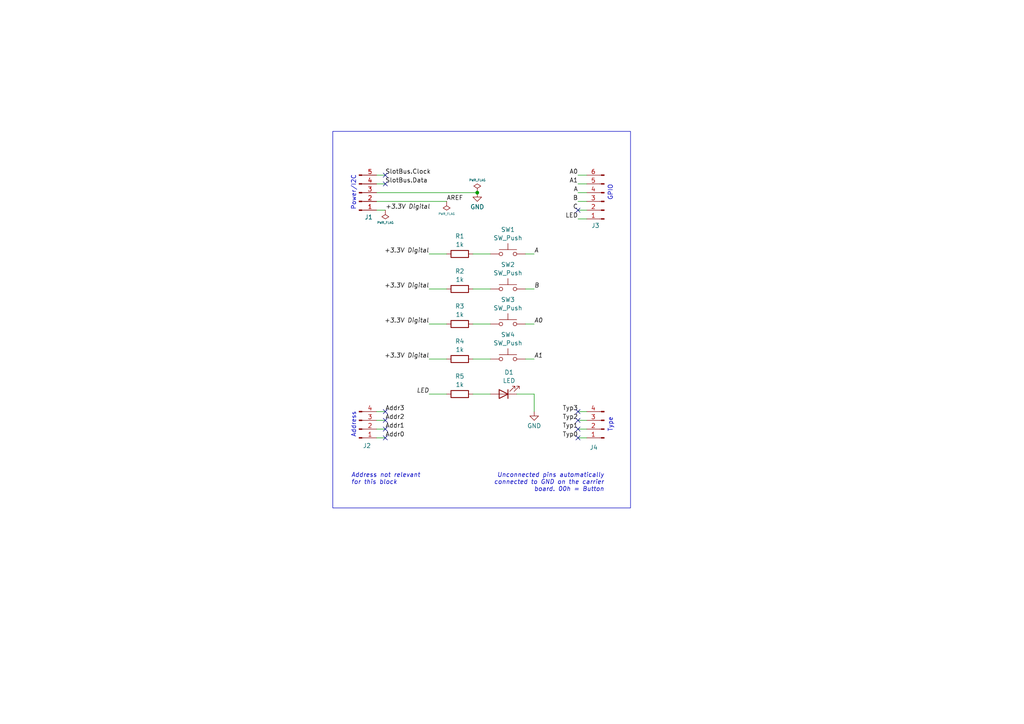
<source format=kicad_sch>
(kicad_sch (version 20250114) (generator "eeschema") (generator_version "9.0")
  (paper "A4")
  (title_block (title "Modular Music Controller / Block / Four Switches") (date "2025-12-01") (rev "1") (company "Dennis Schulmeister-Zimolong"))
  (lib_symbols
    (symbol "Connector:Conn_01x04_Pin" (pin_names (offset 1.016) (hide yes))
      (property "Reference" "J" (at 0 5.08 0))
      (property "Value" "Conn_01x04_Pin" (at 0 -7.62 0))
      (symbol "Conn_01x04_Pin_1_1"
        (rectangle (start 0.8636 2.667) (end 0 2.413) (stroke (width 0.1524)) (fill (type outline)))
        (rectangle (start 0.8636 0.127) (end 0 -0.127) (stroke (width 0.1524)) (fill (type outline)))
        (rectangle (start 0.8636 -2.413) (end 0 -2.667) (stroke (width 0.1524)) (fill (type outline)))
        (rectangle (start 0.8636 -4.953) (end 0 -5.207) (stroke (width 0.1524)) (fill (type outline)))
        (polyline (pts (xy 1.27 2.54) (xy 0.8636 2.54)) (stroke (width 0.1524)))
        (polyline (pts (xy 1.27 0) (xy 0.8636 0)) (stroke (width 0.1524)))
        (polyline (pts (xy 1.27 -2.54) (xy 0.8636 -2.54)) (stroke (width 0.1524)))
        (polyline (pts (xy 1.27 -5.08) (xy 0.8636 -5.08)) (stroke (width 0.1524)))
        (pin passive line (at 5.08 2.54 180) (length 3.81) (name "Pin_1") (number "1"))
        (pin passive line (at 5.08 0 180) (length 3.81) (name "Pin_2") (number "2"))
        (pin passive line (at 5.08 -2.54 180) (length 3.81) (name "Pin_3") (number "3"))
        (pin passive line (at 5.08 -5.08 180) (length 3.81) (name "Pin_4") (number "4"))
      )
    )
    (symbol "Connector:Conn_01x05_Pin" (pin_names (offset 1.016) (hide yes))
      (property "Reference" "J" (at 0 7.62 0))
      (property "Value" "Conn_01x05_Pin" (at 0 -7.62 0))
      (symbol "Conn_01x05_Pin_1_1"
        (rectangle (start 0.8636 5.207) (end 0 4.953) (stroke (width 0.1524)) (fill (type outline)))
        (rectangle (start 0.8636 2.667) (end 0 2.413) (stroke (width 0.1524)) (fill (type outline)))
        (rectangle (start 0.8636 0.127) (end 0 -0.127) (stroke (width 0.1524)) (fill (type outline)))
        (rectangle (start 0.8636 -2.413) (end 0 -2.667) (stroke (width 0.1524)) (fill (type outline)))
        (rectangle (start 0.8636 -4.953) (end 0 -5.207) (stroke (width 0.1524)) (fill (type outline)))
        (polyline (pts (xy 1.27 5.08) (xy 0.8636 5.08)) (stroke (width 0.1524)))
        (polyline (pts (xy 1.27 2.54) (xy 0.8636 2.54)) (stroke (width 0.1524)))
        (polyline (pts (xy 1.27 0) (xy 0.8636 0)) (stroke (width 0.1524)))
        (polyline (pts (xy 1.27 -2.54) (xy 0.8636 -2.54)) (stroke (width 0.1524)))
        (polyline (pts (xy 1.27 -5.08) (xy 0.8636 -5.08)) (stroke (width 0.1524)))
        (pin passive line (at 5.08 5.08 180) (length 3.81) (name "Pin_1") (number "1"))
        (pin passive line (at 5.08 2.54 180) (length 3.81) (name "Pin_2") (number "2"))
        (pin passive line (at 5.08 0 180) (length 3.81) (name "Pin_3") (number "3"))
        (pin passive line (at 5.08 -2.54 180) (length 3.81) (name "Pin_4") (number "4"))
        (pin passive line (at 5.08 -5.08 180) (length 3.81) (name "Pin_5") (number "5"))
      )
    )
    (symbol "Connector:Conn_01x06_Pin" (pin_names (offset 1.016) (hide yes))
      (property "Reference" "J" (at 0 7.62 0))
      (property "Value" "Conn_01x06_Pin" (at 0 -10.16 0))
      (symbol "Conn_01x06_Pin_1_1"
        (rectangle (start 0.8636 5.207) (end 0 4.953) (stroke (width 0.1524)) (fill (type outline)))
        (rectangle (start 0.8636 2.667) (end 0 2.413) (stroke (width 0.1524)) (fill (type outline)))
        (rectangle (start 0.8636 0.127) (end 0 -0.127) (stroke (width 0.1524)) (fill (type outline)))
        (rectangle (start 0.8636 -2.413) (end 0 -2.667) (stroke (width 0.1524)) (fill (type outline)))
        (rectangle (start 0.8636 -4.953) (end 0 -5.207) (stroke (width 0.1524)) (fill (type outline)))
        (rectangle (start 0.8636 -7.493) (end 0 -7.747) (stroke (width 0.1524)) (fill (type outline)))
        (polyline (pts (xy 1.27 5.08) (xy 0.8636 5.08)) (stroke (width 0.1524)))
        (polyline (pts (xy 1.27 2.54) (xy 0.8636 2.54)) (stroke (width 0.1524)))
        (polyline (pts (xy 1.27 0) (xy 0.8636 0)) (stroke (width 0.1524)))
        (polyline (pts (xy 1.27 -2.54) (xy 0.8636 -2.54)) (stroke (width 0.1524)))
        (polyline (pts (xy 1.27 -5.08) (xy 0.8636 -5.08)) (stroke (width 0.1524)))
        (polyline (pts (xy 1.27 -7.62) (xy 0.8636 -7.62)) (stroke (width 0.1524)))
        (pin passive line (at 5.08 5.08 180) (length 3.81) (name "Pin_1") (number "1"))
        (pin passive line (at 5.08 2.54 180) (length 3.81) (name "Pin_2") (number "2"))
        (pin passive line (at 5.08 0 180) (length 3.81) (name "Pin_3") (number "3"))
        (pin passive line (at 5.08 -2.54 180) (length 3.81) (name "Pin_4") (number "4"))
        (pin passive line (at 5.08 -5.08 180) (length 3.81) (name "Pin_5") (number "5"))
        (pin passive line (at 5.08 -7.62 180) (length 3.81) (name "Pin_6") (number "6"))
      )
    )
    (symbol "Device:LED" (pin_numbers (hide yes)) (pin_names (offset 1.016) (hide yes))
      (property "Reference" "D" (at 0 2.54 0))
      (property "Value" "LED" (at 0 -2.54 0))
      (symbol "LED_0_1"
        (polyline (pts (xy -3.048 -0.762) (xy -4.572 -2.286) (xy -3.81 -2.286) (xy -4.572 -2.286) (xy -4.572 -1.524)))
        (polyline (pts (xy -1.778 -0.762) (xy -3.302 -2.286) (xy -2.54 -2.286) (xy -3.302 -2.286) (xy -3.302 -1.524)))
        (polyline (pts (xy -1.27 0) (xy 1.27 0)))
        (polyline (pts (xy -1.27 -1.27) (xy -1.27 1.27)) (stroke (width 0.254)))
        (polyline (pts (xy 1.27 -1.27) (xy 1.27 1.27) (xy -1.27 0) (xy 1.27 -1.27)) (stroke (width 0.254)))
      )
      (symbol "LED_1_1"
        (pin passive line (at -3.81 0 0) (length 2.54) (name "K") (number "1"))
        (pin passive line (at 3.81 0 180) (length 2.54) (name "A") (number "2"))
      )
    )
    (symbol "Device:R" (pin_numbers (hide yes)) (pin_names (offset 0))
      (property "Reference" "R" (at 2.032 0 90))
      (property "Value" "R" (at 0 0 90))
      (symbol "R_0_1"
        (rectangle (start -1.016 -2.54) (end 1.016 2.54) (stroke (width 0.254)))
      )
      (symbol "R_1_1"
        (pin passive line (at 0 3.81 270) (length 1.27) (name "~") (number "1"))
        (pin passive line (at 0 -3.81 90) (length 1.27) (name "~") (number "2"))
      )
    )
    (symbol "Switch:SW_Push" (pin_numbers (hide yes)) (pin_names (offset 1.016) (hide yes))
      (property "Reference" "SW" (at 1.27 2.54 0))
      (property "Value" "SW_Push" (at 0 -1.524 0))
      (symbol "SW_Push_0_1"
        (circle (center -2.032 0) (radius 0.508))
        (polyline (pts (xy 0 1.27) (xy 0 3.048)))
        (circle (center 2.032 0) (radius 0.508))
        (polyline (pts (xy 2.54 1.27) (xy -2.54 1.27)))
        (pin passive line (at -5.08 0 0) (length 2.54) (name "1") (number "1"))
        (pin passive line (at 5.08 0 180) (length 2.54) (name "2") (number "2"))
      )
    )
    (symbol "power:GND" (power) (pin_numbers (hide yes)) (pin_names (offset 0) (hide yes))
      (property "Value" "GND" (at 0 -3.81 0))
      (symbol "GND_0_1"
        (polyline (pts (xy 0 0) (xy 0 -1.27) (xy 1.27 -1.27) (xy 0 -2.54) (xy -1.27 -1.27) (xy 0 -1.27)))
      )
      (symbol "GND_1_1"
        (pin power_in line (at 0 0 270) (length 0) (name "~") (number "1"))
      )
    )
    (symbol "power:PWR_FLAG" (power) (pin_numbers (hide yes)) (pin_names (offset 0) (hide yes))
      (property "Value" "PWR_FLAG" (at 0 3.81 0))
      (symbol "PWR_FLAG_0_0"
        (pin power_out line (at 0 0 90) (length 0) (name "~") (number "1"))
      )
      (symbol "PWR_FLAG_0_1"
        (polyline (pts (xy 0 0) (xy 0 1.27) (xy -1.016 1.905) (xy 0 2.54) (xy 1.016 1.905) (xy 0 1.27)))
      )
    )
  )
  (rectangle (start 96.52 38.1) (end 182.88 147.32))
  (text "Unconnected pins automatically\nconnected to GND on the carrier\nboard. 00h = Button" (at 175.26 137.16 0) (effects (font (size 1.27 1.27) (italic yes)) (justify right top)))
  (text "GPIO" (at 177.8 55.88 90) (effects (font (size 1.27 1.27)) (justify bottom)))
  (text "Type" (at 177.8 123.19 90) (effects (font (size 1.27 1.27)) (justify bottom)))
  (text "Address not relevant\nfor this block" (at 101.854 137.16 0) (effects (font (size 1.27 1.27) (italic yes)) (justify left top)))
  (text "Address" (at 101.854 123.19 90) (effects (font (size 1.27 1.27)) (justify top)))
  (text "Power/I2C" (at 101.854 55.88 90) (effects (font (size 1.27 1.27)) (justify top)))
  (junction (at 138.43 55.88))
  (no_connect (at 111.76 127))
  (no_connect (at 167.64 124.46))
  (no_connect (at 111.76 50.8))
  (no_connect (at 111.76 124.46))
  (no_connect (at 111.76 53.34))
  (no_connect (at 111.76 119.38))
  (no_connect (at 167.64 119.38))
  (no_connect (at 167.64 60.96))
  (no_connect (at 167.64 121.92))
  (no_connect (at 167.64 127))
  (no_connect (at 111.76 121.92))
  (wire (pts (xy 111.76 119.38) (xy 109.22 119.38)))
  (wire (pts (xy 109.22 60.96) (xy 111.76 60.96)))
  (wire (pts (xy 111.76 121.92) (xy 109.22 121.92)))
  (wire (pts (xy 167.64 124.46) (xy 170.18 124.46)))
  (wire (pts (xy 167.64 60.96) (xy 170.18 60.96)))
  (wire (pts (xy 124.46 73.66) (xy 129.54 73.66)))
  (wire (pts (xy 137.16 114.3) (xy 142.24 114.3)))
  (wire (pts (xy 111.76 124.46) (xy 109.22 124.46)))
  (wire (pts (xy 167.64 121.92) (xy 170.18 121.92)))
  (wire (pts (xy 154.94 83.82) (xy 152.4 83.82)))
  (wire (pts (xy 167.64 53.34) (xy 170.18 53.34)))
  (wire (pts (xy 167.64 127) (xy 170.18 127)))
  (wire (pts (xy 124.46 104.14) (xy 129.54 104.14)))
  (wire (pts (xy 167.64 55.88) (xy 170.18 55.88)))
  (wire (pts (xy 154.94 93.98) (xy 152.4 93.98)))
  (wire (pts (xy 137.16 73.66) (xy 142.24 73.66)))
  (wire (pts (xy 167.64 58.42) (xy 170.18 58.42)))
  (wire (pts (xy 109.22 55.88) (xy 138.43 55.88)))
  (wire (pts (xy 137.16 104.14) (xy 142.24 104.14)))
  (wire (pts (xy 109.22 50.8) (xy 111.76 50.8)))
  (wire (pts (xy 137.16 83.82) (xy 142.24 83.82)))
  (wire (pts (xy 124.46 83.82) (xy 129.54 83.82)))
  (wire (pts (xy 109.22 58.42) (xy 129.54 58.42)))
  (wire (pts (xy 124.46 93.98) (xy 129.54 93.98)))
  (wire (pts (xy 111.76 127) (xy 109.22 127)))
  (wire (pts (xy 154.94 73.66) (xy 152.4 73.66)))
  (wire (pts (xy 154.94 104.14) (xy 152.4 104.14)))
  (wire (pts (xy 137.16 93.98) (xy 142.24 93.98)))
  (wire (pts (xy 167.64 50.8) (xy 170.18 50.8)))
  (wire (pts (xy 124.46 114.3) (xy 129.54 114.3)))
  (wire (pts (xy 109.22 53.34) (xy 111.76 53.34)))
  (wire (pts (xy 149.86 114.3) (xy 154.94 114.3)))
  (wire (pts (xy 154.94 114.3) (xy 154.94 119.38)))
  (wire (pts (xy 167.64 119.38) (xy 170.18 119.38)))
  (wire (pts (xy 167.64 63.5) (xy 170.18 63.5)))
  (label "A0" (at 154.94 93.98 0) (effects (font (italic yes))))
  (label "B" (at 167.64 58.42 180))
  (label "C" (at 167.64 60.96 180))
  (label "SlotBus.Data" (at 111.76 53.34 0))
  (label "SlotBus.Clock" (at 111.76 50.8 0))
  (label "A1" (at 154.94 104.14 0) (effects (font (italic yes))))
  (label "+3.3V Digital" (at 124.46 104.14 180) (effects (font (italic yes))))
  (label "B" (at 154.94 83.82 0) (effects (font (italic yes))))
  (label "A" (at 167.64 55.88 180))
  (label "+3.3V Digital" (at 124.46 93.98 180) (effects (font (italic yes))))
  (label "A1" (at 167.64 53.34 180))
  (label "A0" (at 167.64 50.8 180))
  (label "LED" (at 167.64 63.5 180))
  (label "A" (at 154.94 73.66 0) (effects (font (italic yes))))
  (label "LED" (at 124.46 114.3 180) (effects (font (italic yes))))
  (label "+3.3V Digital" (at 111.76 60.96 0) (effects (font (italic yes))))
  (label "+3.3V Digital" (at 124.46 83.82 180) (effects (font (italic yes))))
  (label "Typ1" (at 167.64 124.46 180))
  (label "Typ0" (at 167.64 127 180))
  (label "Typ2" (at 167.64 121.92 180))
  (label "Typ3" (at 167.64 119.38 180))
  (label "AREF" (at 129.54 58.42 0))
  (label "Addr2" (at 111.76 121.92 0))
  (label "Addr1" (at 111.76 124.46 0))
  (label "Addr0" (at 111.76 127 0))
  (label "Addr3" (at 111.76 119.38 0))
  (label "+3.3V Digital" (at 124.46 73.66 180) (effects (font (italic yes))))
  (symbol (lib_id "Device:R") (at 133.35 114.3 90) (unit 1)
    (property "Reference" "R5" (at 133.35 109.1395 90))
    (property "Value" "1k" (at 133.35 111.5638 90))
    (property "Footprint" "Resistor_SMD:R_0402_1005Metric" (effects (hide yes)))
    (property "Description" "Resistor" (effects (hide yes)))
  )
  (symbol (lib_id "Connector:Conn_01x04_Pin") (at 175.26 124.46 180) (unit 1)
    (property "Reference" "J4" (at 172.212 129.794 0))
    (property "Value" "Samtec MTMS-104-02-T-S-100" (effects (hide yes)))
    (property "Footprint" "Connector_PinHeader_1.27mm:PinHeader_1x04_P1.27mm_Vertical" (effects (hide yes)))
    (property "Description" "Single row pin header" (effects (hide yes)))
  )
  (symbol (lib_id "Device:R") (at 133.35 83.82 90) (unit 1)
    (property "Reference" "R2" (at 133.35 78.6595 90))
    (property "Value" "1k" (at 133.35 81.0838 90))
    (property "Footprint" "Resistor_SMD:R_0402_1005Metric" (effects (hide yes)))
    (property "Description" "Resistor" (effects (hide yes)))
  )
  (symbol (lib_id "Device:LED") (at 146.05 114.3 180) (unit 1)
    (property "Reference" "D1" (at 147.6375 107.9965 0))
    (property "Value" "LED" (at 147.6375 110.4208 0))
    (property "Footprint" "LED_SMD:LED_0805_2012Metric" (effects (hide yes)))
    (property "Description" "Light emitting diode" (effects (hide yes)))
    (property "Sim.Pins" "1=K 2=A" (effects (hide yes)))
  )
  (symbol (lib_id "Connector:Conn_01x06_Pin") (at 175.26 58.42 180) (unit 1)
    (property "Reference" "J3" (at 172.72 65.4163 0))
    (property "Value" "Samtec  MTMS-106-02-T-S-100" (effects (hide yes)))
    (property "Footprint" "Connector_PinHeader_1.27mm:PinHeader_1x06_P1.27mm_Vertical" (effects (hide yes)))
    (property "Description" "Single row pin header" (effects (hide yes)))
  )
  (symbol (lib_id "Switch:SW_Push") (at 147.32 104.14 0) (unit 1)
    (property "Reference" "SW4" (at 147.32 97.0745 0))
    (property "Value" "SW_Push" (at 147.32 99.4988 0))
    (property "Footprint" "Button_Switch_THT:SW_PUSH_6mm" (effects (hide yes)))
    (property "Description" "Push button switch, generic, two pins" (effects (hide yes)))
  )
  (symbol (lib_id "Device:R") (at 133.35 73.66 90) (unit 1)
    (property "Reference" "R1" (at 133.35 68.4995 90))
    (property "Value" "1k" (at 133.35 70.9238 90))
    (property "Footprint" "Resistor_SMD:R_0402_1005Metric" (effects (hide yes)))
    (property "Description" "Resistor" (effects (hide yes)))
  )
  (symbol (lib_id "power:PWR_FLAG") (at 138.43 55.88 0) (unit 1)
    (property "Reference" "#FLG03" (effects (hide yes)))
    (property "Value" "PWR_FLAG" (at 138.43 52.2577 0) (effects (font (size 0.635 0.635) (thickness 0.0794))))
    (property "Description" "Special symbol for telling ERC where power comes from" (effects (hide yes)))
  )
  (symbol (lib_id "Switch:SW_Push") (at 147.32 83.82 0) (unit 1)
    (property "Reference" "SW2" (at 147.32 76.7545 0))
    (property "Value" "SW_Push" (at 147.32 79.1788 0))
    (property "Footprint" "Button_Switch_THT:SW_PUSH_6mm" (effects (hide yes)))
    (property "Description" "Push button switch, generic, two pins" (effects (hide yes)))
  )
  (symbol (lib_id "power:PWR_FLAG") (at 111.76 60.96 180) (unit 1)
    (property "Reference" "#FLG01" (effects (hide yes)))
    (property "Value" "PWR_FLAG" (at 111.76 64.5823 0) (effects (font (size 0.635 0.635) (thickness 0.0794))))
    (property "Description" "Special symbol for telling ERC where power comes from" (effects (hide yes)))
  )
  (symbol (lib_id "Device:R") (at 133.35 104.14 90) (unit 1)
    (property "Reference" "R4" (at 133.35 98.9795 90))
    (property "Value" "1k" (at 133.35 101.4038 90))
    (property "Footprint" "Resistor_SMD:R_0402_1005Metric" (effects (hide yes)))
    (property "Description" "Resistor" (effects (hide yes)))
  )
  (symbol (lib_id "Connector:Conn_01x05_Pin") (at 104.14 55.88 0) (mirror x) (unit 1)
    (property "Reference" "J1" (at 106.934 62.992 0))
    (property "Value" "Samtec MTMS-105-02-T-S-100" (effects (hide yes)))
    (property "Footprint" "Connector_PinHeader_1.27mm:PinHeader_1x05_P1.27mm_Vertical" (effects (hide yes)))
    (property "Description" "Single row pin header" (effects (hide yes)))
  )
  (symbol (lib_id "Switch:SW_Push") (at 147.32 73.66 0) (unit 1)
    (property "Reference" "SW1" (at 147.32 66.5945 0))
    (property "Value" "SW_Push" (at 147.32 69.0188 0))
    (property "Footprint" "Button_Switch_THT:SW_PUSH_6mm" (effects (hide yes)))
    (property "Description" "Push button switch, generic, two pins" (effects (hide yes)))
  )
  (symbol (lib_id "Switch:SW_Push") (at 147.32 93.98 0) (unit 1)
    (property "Reference" "SW3" (at 147.32 86.9145 0))
    (property "Value" "SW_Push" (at 147.32 89.3388 0))
    (property "Footprint" "Button_Switch_THT:SW_PUSH_6mm" (effects (hide yes)))
    (property "Description" "Push button switch, generic, two pins" (effects (hide yes)))
  )
  (symbol (lib_id "power:GND") (at 138.43 55.88 0) (unit 1)
    (property "Reference" "#PWR01" (effects (hide yes)))
    (property "Value" "GND" (at 138.43 60.0131 0))
    (property "Description" "Power symbol creates a global label with name \"GND\" , ground" (effects (hide yes)))
  )
  (symbol (lib_id "power:PWR_FLAG") (at 129.54 58.42 180) (unit 1)
    (property "Reference" "#FLG02" (effects (hide yes)))
    (property "Value" "PWR_FLAG" (at 129.54 62.0423 0) (effects (font (size 0.635 0.635) (thickness 0.0794))))
    (property "Description" "Special symbol for telling ERC where power comes from" (effects (hide yes)))
  )
  (symbol (lib_id "power:GND") (at 154.94 119.38 0) (unit 1)
    (property "Reference" "#PWR02" (effects (hide yes)))
    (property "Value" "GND" (at 154.94 123.5131 0))
    (property "Description" "Power symbol creates a global label with name \"GND\" , ground" (effects (hide yes)))
  )
  (symbol (lib_id "Device:R") (at 133.35 93.98 90) (unit 1)
    (property "Reference" "R3" (at 133.35 88.8195 90))
    (property "Value" "1k" (at 133.35 91.2438 90))
    (property "Footprint" "Resistor_SMD:R_0402_1005Metric" (effects (hide yes)))
    (property "Description" "Resistor" (effects (hide yes)))
  )
  (symbol (lib_id "Connector:Conn_01x04_Pin") (at 104.14 124.46 0) (mirror x) (unit 1)
    (property "Reference" "J2" (at 106.426 129.286 0))
    (property "Value" "Samtec MTMS-104-02-T-S-100" (effects (hide yes)))
    (property "Footprint" "Connector_PinHeader_1.27mm:PinHeader_1x04_P1.27mm_Vertical" (effects (hide yes)))
    (property "Description" "Single row pin header" (effects (hide yes)))
  )
)
</source>
